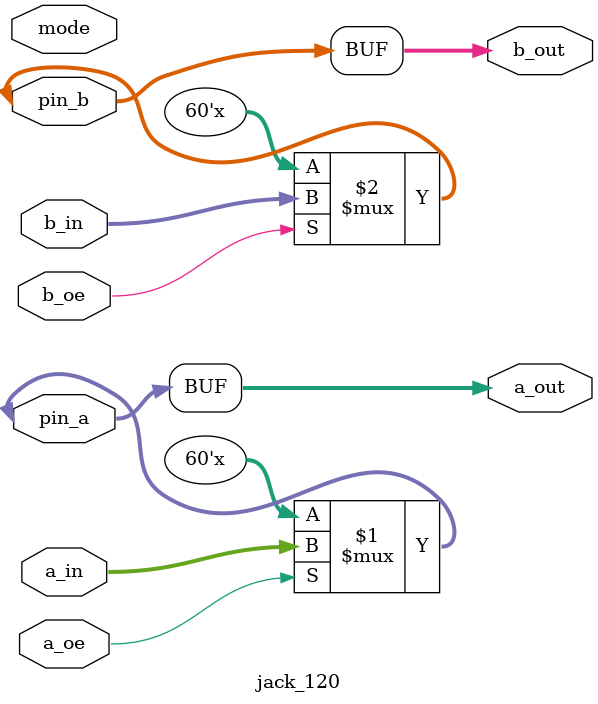
<source format=v>
module  jack_120
(
input   wire [59: 0]  a_in,
input   wire          a_oe,
input   wire [59: 0]  b_in,
input   wire          b_oe,
output  wire [59: 0]  a_out,
output  wire [59: 0]  b_out,
input   wire [59: 0]  mode,

inout   wire [59 :0 ] pin_a,
inout   wire [59 :0 ] pin_b

);

//assign a_out = b_in & mode;
//assign b_out = a_in & mode;

assign pin_a = a_oe ? a_in  : {30'hzzzz_zzzz,30'hzzzz_zzzz};
assign b_out = pin_b ;

assign pin_b = b_oe ? b_in  : {30'hzzzz_zzzz,30'hzzzz_zzzz}; 
assign a_out = pin_a ;

   
endmodule







</source>
